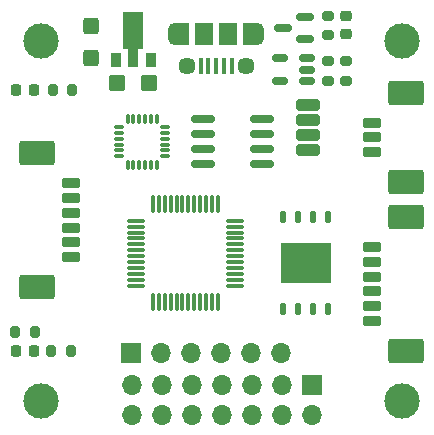
<source format=gbr>
%TF.GenerationSoftware,KiCad,Pcbnew,(6.0.0)*%
%TF.CreationDate,2022-05-23T22:47:49+07:00*%
%TF.ProjectId,MINI-FC,4d494e49-2d46-4432-9e6b-696361645f70,rev?*%
%TF.SameCoordinates,Original*%
%TF.FileFunction,Soldermask,Top*%
%TF.FilePolarity,Negative*%
%FSLAX46Y46*%
G04 Gerber Fmt 4.6, Leading zero omitted, Abs format (unit mm)*
G04 Created by KiCad (PCBNEW (6.0.0)) date 2022-05-23 22:47:49*
%MOMM*%
%LPD*%
G01*
G04 APERTURE LIST*
G04 Aperture macros list*
%AMRoundRect*
0 Rectangle with rounded corners*
0 $1 Rounding radius*
0 $2 $3 $4 $5 $6 $7 $8 $9 X,Y pos of 4 corners*
0 Add a 4 corners polygon primitive as box body*
4,1,4,$2,$3,$4,$5,$6,$7,$8,$9,$2,$3,0*
0 Add four circle primitives for the rounded corners*
1,1,$1+$1,$2,$3*
1,1,$1+$1,$4,$5*
1,1,$1+$1,$6,$7*
1,1,$1+$1,$8,$9*
0 Add four rect primitives between the rounded corners*
20,1,$1+$1,$2,$3,$4,$5,0*
20,1,$1+$1,$4,$5,$6,$7,0*
20,1,$1+$1,$6,$7,$8,$9,0*
20,1,$1+$1,$8,$9,$2,$3,0*%
%AMFreePoly0*
4,1,9,3.862500,-0.866500,0.737500,-0.866500,0.737500,-0.450000,-0.737500,-0.450000,-0.737500,0.450000,0.737500,0.450000,0.737500,0.866500,3.862500,0.866500,3.862500,-0.866500,3.862500,-0.866500,$1*%
G04 Aperture macros list end*
%ADD10RoundRect,0.150000X0.825000X0.150000X-0.825000X0.150000X-0.825000X-0.150000X0.825000X-0.150000X0*%
%ADD11RoundRect,0.200000X0.275000X-0.200000X0.275000X0.200000X-0.275000X0.200000X-0.275000X-0.200000X0*%
%ADD12RoundRect,0.200000X0.200000X0.275000X-0.200000X0.275000X-0.200000X-0.275000X0.200000X-0.275000X0*%
%ADD13C,3.000000*%
%ADD14R,1.700000X1.700000*%
%ADD15O,1.700000X1.700000*%
%ADD16RoundRect,0.250000X0.450000X0.425000X-0.450000X0.425000X-0.450000X-0.425000X0.450000X-0.425000X0*%
%ADD17RoundRect,0.200000X-0.275000X0.200000X-0.275000X-0.200000X0.275000X-0.200000X0.275000X0.200000X0*%
%ADD18RoundRect,0.066000X0.154000X-0.404000X0.154000X0.404000X-0.154000X0.404000X-0.154000X-0.404000X0*%
%ADD19R,4.300000X3.400000*%
%ADD20RoundRect,0.075000X-0.662500X-0.075000X0.662500X-0.075000X0.662500X0.075000X-0.662500X0.075000X0*%
%ADD21RoundRect,0.075000X-0.075000X-0.662500X0.075000X-0.662500X0.075000X0.662500X-0.075000X0.662500X0*%
%ADD22RoundRect,0.250000X-0.750000X-0.250000X0.750000X-0.250000X0.750000X0.250000X-0.750000X0.250000X0*%
%ADD23R,0.900000X1.300000*%
%ADD24FreePoly0,90.000000*%
%ADD25RoundRect,0.075000X0.350000X0.075000X-0.350000X0.075000X-0.350000X-0.075000X0.350000X-0.075000X0*%
%ADD26RoundRect,0.075000X-0.075000X0.350000X-0.075000X-0.350000X0.075000X-0.350000X0.075000X0.350000X0*%
%ADD27RoundRect,0.150000X0.587500X0.150000X-0.587500X0.150000X-0.587500X-0.150000X0.587500X-0.150000X0*%
%ADD28RoundRect,0.200000X0.600000X-0.200000X0.600000X0.200000X-0.600000X0.200000X-0.600000X-0.200000X0*%
%ADD29RoundRect,0.250001X1.249999X-0.799999X1.249999X0.799999X-1.249999X0.799999X-1.249999X-0.799999X0*%
%ADD30RoundRect,0.218750X0.256250X-0.218750X0.256250X0.218750X-0.256250X0.218750X-0.256250X-0.218750X0*%
%ADD31RoundRect,0.150000X0.512500X0.150000X-0.512500X0.150000X-0.512500X-0.150000X0.512500X-0.150000X0*%
%ADD32RoundRect,0.218750X-0.218750X-0.256250X0.218750X-0.256250X0.218750X0.256250X-0.218750X0.256250X0*%
%ADD33RoundRect,0.200000X-0.200000X-0.275000X0.200000X-0.275000X0.200000X0.275000X-0.200000X0.275000X0*%
%ADD34RoundRect,0.200000X-0.600000X0.200000X-0.600000X-0.200000X0.600000X-0.200000X0.600000X0.200000X0*%
%ADD35RoundRect,0.250001X-1.249999X0.799999X-1.249999X-0.799999X1.249999X-0.799999X1.249999X0.799999X0*%
%ADD36RoundRect,0.250000X-0.425000X0.450000X-0.425000X-0.450000X0.425000X-0.450000X0.425000X0.450000X0*%
%ADD37R,0.400000X1.350000*%
%ADD38C,1.450000*%
%ADD39R,1.500000X1.900000*%
%ADD40R,1.200000X1.900000*%
%ADD41O,1.200000X1.900000*%
G04 APERTURE END LIST*
D10*
%TO.C,U4*%
X121675000Y-73405000D03*
X121675000Y-72135000D03*
X121675000Y-70865000D03*
X121675000Y-69595000D03*
X116725000Y-69595000D03*
X116725000Y-70865000D03*
X116725000Y-72135000D03*
X116725000Y-73405000D03*
%TD*%
D11*
%TO.C,R4*%
X127300000Y-62525000D03*
X127300000Y-60875000D03*
%TD*%
D12*
%TO.C,R5*%
X105600000Y-67200000D03*
X103950000Y-67200000D03*
%TD*%
D13*
%TO.C,REF\u002A\u002A*%
X133500000Y-93500000D03*
%TD*%
D14*
%TO.C,PWR1*%
X125875000Y-92125000D03*
D15*
X125875000Y-94665000D03*
X123335000Y-92125000D03*
X123335000Y-94665000D03*
X120795000Y-92125000D03*
X120795000Y-94665000D03*
X118255000Y-92125000D03*
X118255000Y-94665000D03*
X115715000Y-92125000D03*
X115715000Y-94665000D03*
X113175000Y-92125000D03*
X113175000Y-94665000D03*
X110635000Y-92125000D03*
X110635000Y-94665000D03*
%TD*%
D16*
%TO.C,C16*%
X112100000Y-66600000D03*
X109400000Y-66600000D03*
%TD*%
D17*
%TO.C,R16*%
X128762500Y-64750000D03*
X128762500Y-66400000D03*
%TD*%
D13*
%TO.C,REF\u002A\u002A*%
X133500000Y-63000000D03*
%TD*%
D18*
%TO.C,U2*%
X123495000Y-85695000D03*
X124765000Y-85695000D03*
X126035000Y-85695000D03*
X127305000Y-85695000D03*
X127305000Y-77905000D03*
X126035000Y-77905000D03*
X124765000Y-77905000D03*
X123495000Y-77905000D03*
D19*
X125400000Y-81800000D03*
%TD*%
D20*
%TO.C,U1*%
X111037500Y-78250000D03*
X111037500Y-78750000D03*
X111037500Y-79250000D03*
X111037500Y-79750000D03*
X111037500Y-80250000D03*
X111037500Y-80750000D03*
X111037500Y-81250000D03*
X111037500Y-81750000D03*
X111037500Y-82250000D03*
X111037500Y-82750000D03*
X111037500Y-83250000D03*
X111037500Y-83750000D03*
D21*
X112450000Y-85162500D03*
X112950000Y-85162500D03*
X113450000Y-85162500D03*
X113950000Y-85162500D03*
X114450000Y-85162500D03*
X114950000Y-85162500D03*
X115450000Y-85162500D03*
X115950000Y-85162500D03*
X116450000Y-85162500D03*
X116950000Y-85162500D03*
X117450000Y-85162500D03*
X117950000Y-85162500D03*
D20*
X119362500Y-83750000D03*
X119362500Y-83250000D03*
X119362500Y-82750000D03*
X119362500Y-82250000D03*
X119362500Y-81750000D03*
X119362500Y-81250000D03*
X119362500Y-80750000D03*
X119362500Y-80250000D03*
X119362500Y-79750000D03*
X119362500Y-79250000D03*
X119362500Y-78750000D03*
X119362500Y-78250000D03*
D21*
X117950000Y-76837500D03*
X117450000Y-76837500D03*
X116950000Y-76837500D03*
X116450000Y-76837500D03*
X115950000Y-76837500D03*
X115450000Y-76837500D03*
X114950000Y-76837500D03*
X114450000Y-76837500D03*
X113950000Y-76837500D03*
X113450000Y-76837500D03*
X112950000Y-76837500D03*
X112450000Y-76837500D03*
%TD*%
D22*
%TO.C,J2*%
X125600000Y-68460000D03*
X125600000Y-69730000D03*
X125600000Y-71000000D03*
X125600000Y-72270000D03*
%TD*%
D23*
%TO.C,U5*%
X109300000Y-64600000D03*
D24*
X110800000Y-64512500D03*
D23*
X112300000Y-64600000D03*
%TD*%
D25*
%TO.C,U3*%
X113500000Y-72800000D03*
X113500000Y-72300000D03*
X113500000Y-71800000D03*
X113500000Y-71300000D03*
X113500000Y-70800000D03*
X113500000Y-70300000D03*
D26*
X112800000Y-69600000D03*
X112300000Y-69600000D03*
X111800000Y-69600000D03*
X111300000Y-69600000D03*
X110800000Y-69600000D03*
X110300000Y-69600000D03*
D25*
X109600000Y-70300000D03*
X109600000Y-70800000D03*
X109600000Y-71300000D03*
X109600000Y-71800000D03*
X109600000Y-72300000D03*
X109600000Y-72800000D03*
D26*
X110300000Y-73500000D03*
X110800000Y-73500000D03*
X111300000Y-73500000D03*
X111800000Y-73500000D03*
X112300000Y-73500000D03*
X112800000Y-73500000D03*
%TD*%
D13*
%TO.C,REF\u002A\u002A*%
X103000000Y-63000000D03*
%TD*%
D27*
%TO.C,Q1*%
X125300000Y-62900000D03*
X125300000Y-61000000D03*
X123425000Y-61950000D03*
%TD*%
D13*
%TO.C,REF\u002A\u002A*%
X103000000Y-93500000D03*
%TD*%
D28*
%TO.C,RCIN2*%
X131000000Y-86725000D03*
X131000000Y-85475000D03*
X131000000Y-84225000D03*
X131000000Y-82975000D03*
X131000000Y-81725000D03*
X131000000Y-80475000D03*
D29*
X133900000Y-77925000D03*
X133900000Y-89275000D03*
%TD*%
D28*
%TO.C,PPM1*%
X131000000Y-72450000D03*
X131000000Y-71200000D03*
X131000000Y-69950000D03*
D29*
X133900000Y-75000000D03*
X133900000Y-67400000D03*
%TD*%
D30*
%TO.C,D1*%
X128800000Y-62475000D03*
X128800000Y-60900000D03*
%TD*%
D12*
%TO.C,R6*%
X105500000Y-89300000D03*
X103850000Y-89300000D03*
%TD*%
D31*
%TO.C,U6*%
X125500000Y-66400000D03*
X125500000Y-65450000D03*
X125500000Y-64500000D03*
X123225000Y-64500000D03*
X123225000Y-66400000D03*
%TD*%
D32*
%TO.C,D3*%
X100812500Y-89300000D03*
X102387500Y-89300000D03*
%TD*%
D33*
%TO.C,R1*%
X100800000Y-87700000D03*
X102450000Y-87700000D03*
%TD*%
D34*
%TO.C,RCIN1*%
X105500000Y-75075000D03*
X105500000Y-76325000D03*
X105500000Y-77575000D03*
X105500000Y-78825000D03*
X105500000Y-80075000D03*
X105500000Y-81325000D03*
D35*
X102600000Y-83875000D03*
X102600000Y-72525000D03*
%TD*%
D14*
%TO.C,PWM_SIG1*%
X110600000Y-89450000D03*
D15*
X113140000Y-89450000D03*
X115680000Y-89450000D03*
X118220000Y-89450000D03*
X120760000Y-89450000D03*
X123300000Y-89450000D03*
%TD*%
D32*
%TO.C,D2*%
X100812500Y-67200000D03*
X102387500Y-67200000D03*
%TD*%
D36*
%TO.C,C17*%
X107200000Y-61800000D03*
X107200000Y-64500000D03*
%TD*%
D11*
%TO.C,R17*%
X127262500Y-66400000D03*
X127262500Y-64750000D03*
%TD*%
D37*
%TO.C,J1*%
X119100000Y-65162500D03*
X118450000Y-65162500D03*
X117800000Y-65162500D03*
X117150000Y-65162500D03*
X116500000Y-65162500D03*
D38*
X120300000Y-65162500D03*
X115300000Y-65162500D03*
D39*
X116800000Y-62462500D03*
D40*
X114900000Y-62462500D03*
X120700000Y-62462500D03*
D41*
X114300000Y-62462500D03*
D39*
X118800000Y-62462500D03*
D41*
X121300000Y-62462500D03*
%TD*%
M02*

</source>
